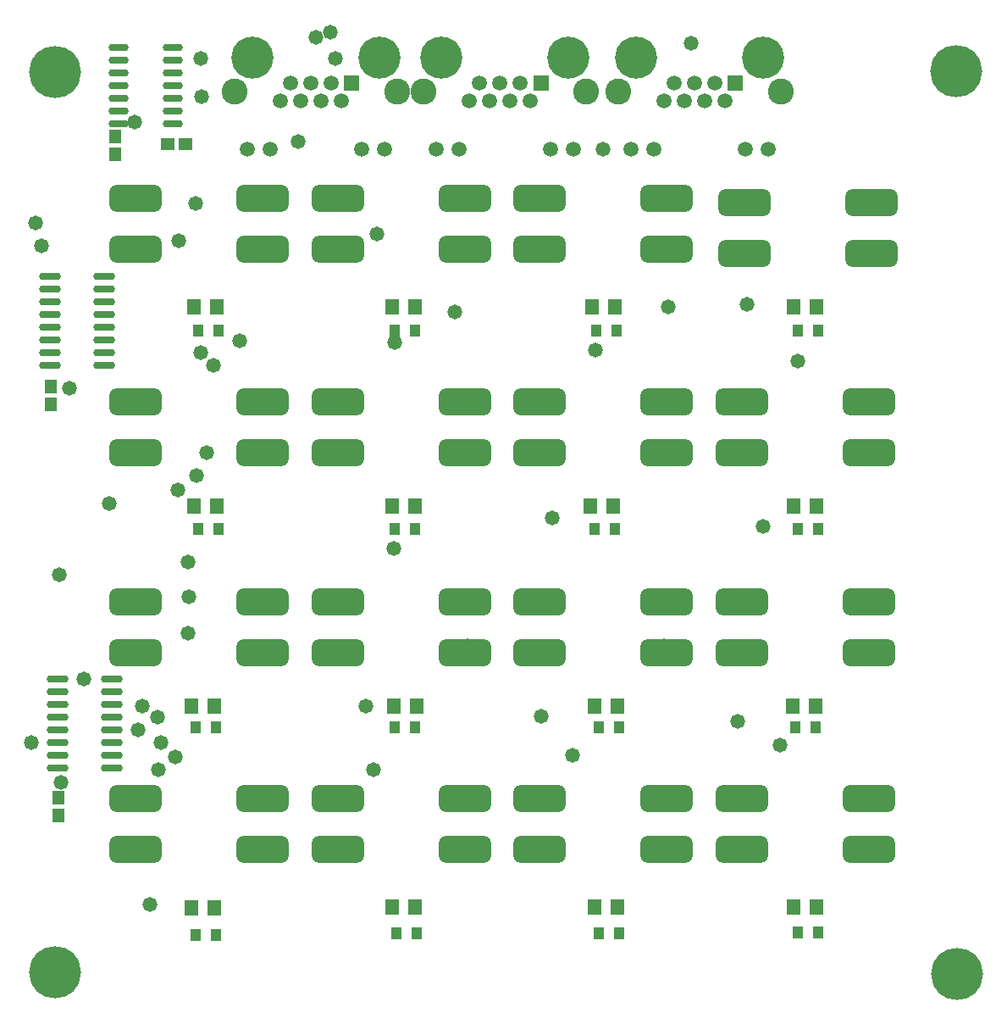
<source format=gts>
G04*
G04 #@! TF.GenerationSoftware,Altium Limited,Altium Designer,20.0.13 (296)*
G04*
G04 Layer_Color=8388736*
%FSTAX24Y24*%
%MOIN*%
G70*
G01*
G75*
%ADD28R,0.0513X0.0552*%
%ADD29O,0.0789X0.0297*%
%ADD30R,0.0552X0.0513*%
%ADD31R,0.0580X0.0630*%
%ADD32R,0.0395X0.0513*%
G04:AMPARAMS|DCode=33|XSize=204.9mil|YSize=108mil|CornerRadius=29mil|HoleSize=0mil|Usage=FLASHONLY|Rotation=180.000|XOffset=0mil|YOffset=0mil|HoleType=Round|Shape=RoundedRectangle|*
%AMROUNDEDRECTD33*
21,1,0.2049,0.0500,0,0,180.0*
21,1,0.1468,0.1080,0,0,180.0*
1,1,0.0580,-0.0734,0.0250*
1,1,0.0580,0.0734,0.0250*
1,1,0.0580,0.0734,-0.0250*
1,1,0.0580,-0.0734,-0.0250*
%
%ADD33ROUNDEDRECTD33*%
%ADD34O,0.0867X0.0297*%
%ADD35C,0.0592*%
%ADD36C,0.1025*%
%ADD37C,0.1655*%
%ADD38R,0.0592X0.0592*%
%ADD39C,0.0580*%
%ADD40C,0.2049*%
D28*
X01775Y0505D02*
D03*
Y0512D02*
D03*
X01805Y03505D02*
D03*
Y03435D02*
D03*
X0203Y06105D02*
D03*
Y06035D02*
D03*
D29*
X020437Y06455D02*
D03*
Y06405D02*
D03*
Y06355D02*
D03*
Y06305D02*
D03*
Y06255D02*
D03*
Y06205D02*
D03*
Y06155D02*
D03*
X022563Y06455D02*
D03*
Y06405D02*
D03*
Y06355D02*
D03*
Y06305D02*
D03*
Y06255D02*
D03*
Y06205D02*
D03*
Y06155D02*
D03*
D30*
X02305Y06075D02*
D03*
X02235D02*
D03*
D31*
X0233Y0307D02*
D03*
X0242D02*
D03*
X0234Y05435D02*
D03*
X0243D02*
D03*
X047009D02*
D03*
X047909D02*
D03*
X04695Y03865D02*
D03*
X04785D02*
D03*
X047Y0465D02*
D03*
X0479D02*
D03*
X039D02*
D03*
X0399D02*
D03*
X0312D02*
D03*
X0321D02*
D03*
X03905Y05435D02*
D03*
X03995D02*
D03*
X0233Y03865D02*
D03*
X0242D02*
D03*
X047Y03075D02*
D03*
X0479D02*
D03*
X03915D02*
D03*
X04005D02*
D03*
X0312D02*
D03*
X0321D02*
D03*
X03125Y03865D02*
D03*
X03215D02*
D03*
X03915D02*
D03*
X04005D02*
D03*
X0234Y0465D02*
D03*
X0243D02*
D03*
X0312Y05435D02*
D03*
X0321D02*
D03*
D32*
X02347Y02965D02*
D03*
X02427D02*
D03*
X02357Y0534D02*
D03*
X02437D02*
D03*
X04718D02*
D03*
X04798D02*
D03*
X04705Y0378D02*
D03*
X04785D02*
D03*
X03917Y0456D02*
D03*
X03997D02*
D03*
X02357D02*
D03*
X02437D02*
D03*
X0313D02*
D03*
X0321D02*
D03*
X0313Y0534D02*
D03*
X0321D02*
D03*
X04717Y02975D02*
D03*
X04797D02*
D03*
X03932Y0297D02*
D03*
X04012D02*
D03*
X03137D02*
D03*
X03217D02*
D03*
X0313Y0378D02*
D03*
X0321D02*
D03*
X03932D02*
D03*
X04012D02*
D03*
X02347D02*
D03*
X02427D02*
D03*
X04718Y0456D02*
D03*
X04798D02*
D03*
X03922Y0534D02*
D03*
X04002D02*
D03*
D33*
X0211Y0566D02*
D03*
Y0586D02*
D03*
X0261D02*
D03*
Y0566D02*
D03*
X0211Y033D02*
D03*
Y035D02*
D03*
X0261D02*
D03*
Y033D02*
D03*
X037D02*
D03*
Y035D02*
D03*
X042D02*
D03*
Y033D02*
D03*
X02905D02*
D03*
Y035D02*
D03*
X03405D02*
D03*
Y033D02*
D03*
X02905Y0566D02*
D03*
Y0586D02*
D03*
X03405D02*
D03*
Y0566D02*
D03*
X037D02*
D03*
Y0586D02*
D03*
X042D02*
D03*
Y0566D02*
D03*
X0211Y0486D02*
D03*
Y0506D02*
D03*
X0261D02*
D03*
Y0486D02*
D03*
X02905D02*
D03*
Y0506D02*
D03*
X03405D02*
D03*
Y0486D02*
D03*
X037D02*
D03*
Y0506D02*
D03*
X042D02*
D03*
Y0486D02*
D03*
X04495D02*
D03*
Y0506D02*
D03*
X04995D02*
D03*
Y0486D02*
D03*
X0211Y04075D02*
D03*
Y04275D02*
D03*
X0261D02*
D03*
Y04075D02*
D03*
X02905D02*
D03*
Y04275D02*
D03*
X03405D02*
D03*
Y04075D02*
D03*
X037D02*
D03*
Y04275D02*
D03*
X042D02*
D03*
Y04075D02*
D03*
X04495D02*
D03*
Y04275D02*
D03*
X04995D02*
D03*
Y04075D02*
D03*
X04495Y033D02*
D03*
Y035D02*
D03*
X04995D02*
D03*
Y033D02*
D03*
X04505Y05645D02*
D03*
Y05845D02*
D03*
X05005D02*
D03*
Y05645D02*
D03*
D34*
X018024Y0397D02*
D03*
Y0392D02*
D03*
Y0387D02*
D03*
Y0382D02*
D03*
Y0377D02*
D03*
Y0372D02*
D03*
Y0367D02*
D03*
Y0362D02*
D03*
X02015Y0397D02*
D03*
Y0392D02*
D03*
Y0387D02*
D03*
Y0382D02*
D03*
Y0377D02*
D03*
Y0372D02*
D03*
Y0367D02*
D03*
Y0362D02*
D03*
X017737Y05555D02*
D03*
Y05505D02*
D03*
Y05455D02*
D03*
Y05405D02*
D03*
Y05355D02*
D03*
Y05305D02*
D03*
Y05255D02*
D03*
Y05205D02*
D03*
X019863Y05555D02*
D03*
Y05505D02*
D03*
Y05455D02*
D03*
Y05405D02*
D03*
Y05355D02*
D03*
Y05305D02*
D03*
Y05255D02*
D03*
Y05205D02*
D03*
D35*
X032944Y060552D02*
D03*
X033845D02*
D03*
X038345D02*
D03*
X037444D02*
D03*
X034239Y062449D02*
D03*
X034641Y06315D02*
D03*
X035042Y062449D02*
D03*
X035444Y06315D02*
D03*
X035845Y062449D02*
D03*
X036247Y06315D02*
D03*
X036648Y062449D02*
D03*
X025499Y060552D02*
D03*
X026401D02*
D03*
X030901D02*
D03*
X029999D02*
D03*
X026794Y062449D02*
D03*
X027196Y06315D02*
D03*
X027598Y062449D02*
D03*
X027999Y06315D02*
D03*
X028401Y062449D02*
D03*
X028802Y06315D02*
D03*
X029204Y062449D02*
D03*
X040599Y060552D02*
D03*
X041501D02*
D03*
X046001D02*
D03*
X045099D02*
D03*
X041894Y062449D02*
D03*
X042296Y06315D02*
D03*
X042698Y062449D02*
D03*
X043099Y06315D02*
D03*
X043501Y062449D02*
D03*
X043902Y06315D02*
D03*
X044304Y062449D02*
D03*
D36*
X038843Y0628D02*
D03*
X032446D02*
D03*
X031399D02*
D03*
X025001D02*
D03*
X046499D02*
D03*
X040101D02*
D03*
D37*
X033144Y06415D02*
D03*
X038144D02*
D03*
X0257D02*
D03*
X0307D02*
D03*
X0408D02*
D03*
X0458D02*
D03*
D38*
X03705Y06315D02*
D03*
X029606D02*
D03*
X044706D02*
D03*
D39*
X0306Y0572D02*
D03*
X0363Y0586D02*
D03*
X02895Y0641D02*
D03*
X0282Y06495D02*
D03*
X02875Y06515D02*
D03*
X0275Y06085D02*
D03*
X0252Y053D02*
D03*
X03015Y038646D02*
D03*
X03365Y05415D02*
D03*
X0395Y06055D02*
D03*
X04295Y0647D02*
D03*
X03045Y03615D02*
D03*
X01815Y03565D02*
D03*
X03705Y03825D02*
D03*
X017Y0372D02*
D03*
X01905Y0397D02*
D03*
X0181Y0438D02*
D03*
X02195Y0382D02*
D03*
X02135Y03865D02*
D03*
X0212Y0377D02*
D03*
X0221Y0372D02*
D03*
X0383Y0367D02*
D03*
X02265Y03665D02*
D03*
X022Y03615D02*
D03*
X02365Y0641D02*
D03*
X0185Y05115D02*
D03*
X04715Y0522D02*
D03*
X0239Y0486D02*
D03*
X02365Y05255D02*
D03*
X0235Y0477D02*
D03*
X02275Y04715D02*
D03*
X02315Y0415D02*
D03*
X0232Y04295D02*
D03*
X02315Y0443D02*
D03*
X0448Y03805D02*
D03*
X04645Y0371D02*
D03*
X02165Y03085D02*
D03*
X02005Y0466D02*
D03*
X04515Y05445D02*
D03*
X0228Y05695D02*
D03*
X031288Y052937D02*
D03*
X0174Y05675D02*
D03*
X01715Y05765D02*
D03*
X02345Y0584D02*
D03*
X03125Y04485D02*
D03*
X02415Y05205D02*
D03*
X02105Y0616D02*
D03*
X04205Y05435D02*
D03*
X0237Y0626D02*
D03*
X0458Y0457D02*
D03*
X0375Y04605D02*
D03*
X0392Y05265D02*
D03*
X02135Y0586D02*
D03*
X02155Y0506D02*
D03*
X0215Y0428D02*
D03*
X04195Y05645D02*
D03*
X0342Y0564D02*
D03*
X0421Y04865D02*
D03*
X0343Y0487D02*
D03*
X0419Y041D02*
D03*
X03415D02*
D03*
X05015Y0564D02*
D03*
X0261Y0565D02*
D03*
X04985Y04075D02*
D03*
X02635Y04095D02*
D03*
X04995Y0488D02*
D03*
X02655Y04865D02*
D03*
X0209Y0351D02*
D03*
D40*
X053437Y028125D02*
D03*
X017937Y028175D02*
D03*
X017933Y063573D02*
D03*
X0534Y0636D02*
D03*
M02*

</source>
